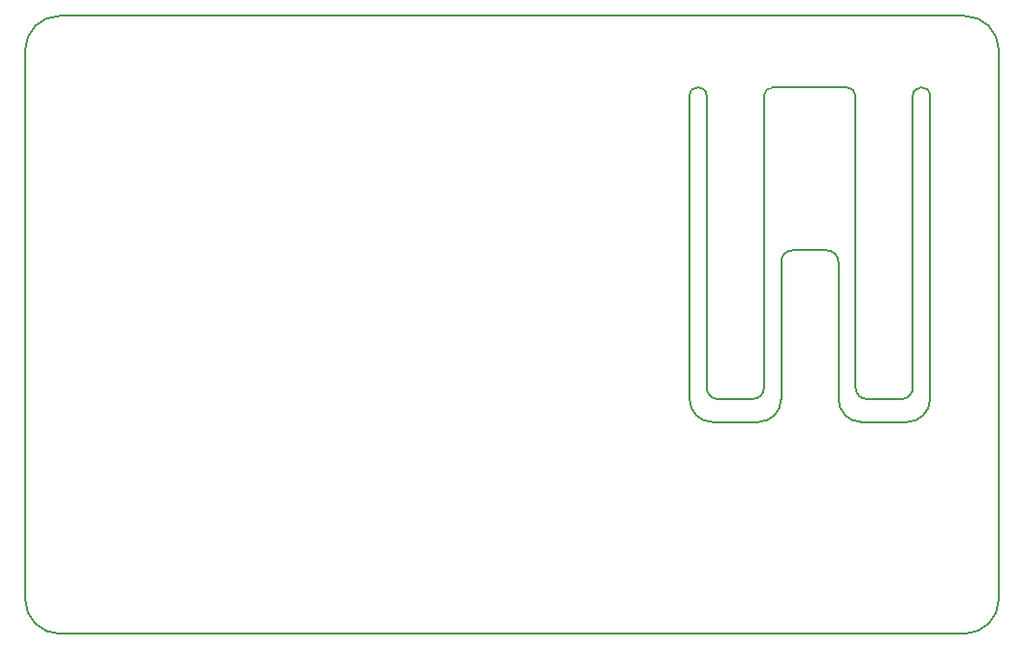
<source format=gbr>
G04 #@! TF.FileFunction,Profile,NP*
%FSLAX46Y46*%
G04 Gerber Fmt 4.6, Leading zero omitted, Abs format (unit mm)*
G04 Created by KiCad (PCBNEW 4.0.7) date 07/08/18 18:21:33*
%MOMM*%
%LPD*%
G01*
G04 APERTURE LIST*
%ADD10C,0.100000*%
%ADD11C,0.150000*%
G04 APERTURE END LIST*
D10*
D11*
X131750000Y-61250000D02*
X125250000Y-61250000D01*
X132500000Y-62000000D02*
G75*
G03X131750000Y-61250000I-750000J0D01*
G01*
X125250000Y-61250000D02*
G75*
G03X124500000Y-62000000I0J-750000D01*
G01*
X139000000Y-62000000D02*
G75*
G03X137500000Y-62000000I-750000J0D01*
G01*
X119500000Y-62000000D02*
G75*
G03X118000000Y-62000000I-750000J0D01*
G01*
X137000000Y-90500000D02*
X133000000Y-90500000D01*
X124000000Y-90500000D02*
X120000000Y-90500000D01*
X118000000Y-88500000D02*
G75*
G03X120000000Y-90500000I2000000J0D01*
G01*
X124000000Y-90500000D02*
G75*
G03X126000000Y-88500000I0J2000000D01*
G01*
X127000000Y-75500000D02*
X130000000Y-75500000D01*
X133500000Y-88500000D02*
X136500000Y-88500000D01*
X120500000Y-88500000D02*
X123500000Y-88500000D01*
X119500000Y-87500000D02*
X119500000Y-87500000D01*
X124500000Y-62000000D02*
X124500000Y-87500000D01*
X123500000Y-88500000D02*
G75*
G03X124500000Y-87500000I0J1000000D01*
G01*
X119500000Y-87500000D02*
G75*
G03X120500000Y-88500000I1000000J0D01*
G01*
X136500000Y-88500000D02*
G75*
G03X137500000Y-87500000I0J1000000D01*
G01*
X137500000Y-62000000D02*
X137500000Y-87500000D01*
X119500000Y-62000000D02*
X119500000Y-87500000D01*
X132500000Y-87500000D02*
G75*
G03X133500000Y-88500000I1000000J0D01*
G01*
X132500000Y-62000000D02*
X132500000Y-87500000D01*
X131000000Y-88500000D02*
G75*
G03X133000000Y-90500000I2000000J0D01*
G01*
X127000000Y-75500000D02*
G75*
G03X126000000Y-76500000I0J-1000000D01*
G01*
X131000000Y-76500000D02*
G75*
G03X130000000Y-75500000I-1000000J0D01*
G01*
X131000000Y-88500000D02*
X131000000Y-76500000D01*
X126000000Y-88500000D02*
X126000000Y-76500000D01*
X118000000Y-62000000D02*
X118000000Y-88500000D01*
X137000000Y-90500000D02*
G75*
G03X139000000Y-88500000I0J2000000D01*
G01*
X139000000Y-62000000D02*
X139000000Y-88500000D01*
X142000000Y-109000000D02*
G75*
G03X145000000Y-106000000I0J3000000D01*
G01*
X145000000Y-58000000D02*
G75*
G03X142000000Y-55000000I-3000000J0D01*
G01*
X60000000Y-106000000D02*
G75*
G03X63000000Y-109000000I3000000J0D01*
G01*
X63000000Y-55000000D02*
G75*
G03X60000000Y-58000000I0J-3000000D01*
G01*
X63000000Y-109000000D02*
X142000000Y-109000000D01*
X60000000Y-106000000D02*
X60000000Y-58000000D01*
X145000000Y-58000000D02*
X145000000Y-106000000D01*
X63000000Y-55000000D02*
X142000000Y-55000000D01*
M02*

</source>
